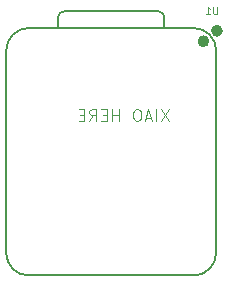
<source format=gbo>
%TF.GenerationSoftware,KiCad,Pcbnew,9.0.6*%
%TF.CreationDate,2025-12-10T10:35:02-08:00*%
%TF.ProjectId,hackpad,6861636b-7061-4642-9e6b-696361645f70,rev?*%
%TF.SameCoordinates,Original*%
%TF.FileFunction,Legend,Bot*%
%TF.FilePolarity,Positive*%
%FSLAX46Y46*%
G04 Gerber Fmt 4.6, Leading zero omitted, Abs format (unit mm)*
G04 Created by KiCad (PCBNEW 9.0.6) date 2025-12-10 10:35:02*
%MOMM*%
%LPD*%
G01*
G04 APERTURE LIST*
%ADD10C,0.100000*%
%ADD11C,0.101600*%
%ADD12C,0.127000*%
%ADD13C,0.504000*%
G04 APERTURE END LIST*
D10*
X101391353Y-115712419D02*
X100724687Y-116712419D01*
X100724687Y-115712419D02*
X101391353Y-116712419D01*
X100343734Y-116712419D02*
X100343734Y-115712419D01*
X99915163Y-116426704D02*
X99438973Y-116426704D01*
X100010401Y-116712419D02*
X99677068Y-115712419D01*
X99677068Y-115712419D02*
X99343735Y-116712419D01*
X98819925Y-115712419D02*
X98629449Y-115712419D01*
X98629449Y-115712419D02*
X98534211Y-115760038D01*
X98534211Y-115760038D02*
X98438973Y-115855276D01*
X98438973Y-115855276D02*
X98391354Y-116045752D01*
X98391354Y-116045752D02*
X98391354Y-116379085D01*
X98391354Y-116379085D02*
X98438973Y-116569561D01*
X98438973Y-116569561D02*
X98534211Y-116664800D01*
X98534211Y-116664800D02*
X98629449Y-116712419D01*
X98629449Y-116712419D02*
X98819925Y-116712419D01*
X98819925Y-116712419D02*
X98915163Y-116664800D01*
X98915163Y-116664800D02*
X99010401Y-116569561D01*
X99010401Y-116569561D02*
X99058020Y-116379085D01*
X99058020Y-116379085D02*
X99058020Y-116045752D01*
X99058020Y-116045752D02*
X99010401Y-115855276D01*
X99010401Y-115855276D02*
X98915163Y-115760038D01*
X98915163Y-115760038D02*
X98819925Y-115712419D01*
X97200877Y-116712419D02*
X97200877Y-115712419D01*
X97200877Y-116188609D02*
X96629449Y-116188609D01*
X96629449Y-116712419D02*
X96629449Y-115712419D01*
X96153258Y-116188609D02*
X95819925Y-116188609D01*
X95677068Y-116712419D02*
X96153258Y-116712419D01*
X96153258Y-116712419D02*
X96153258Y-115712419D01*
X96153258Y-115712419D02*
X95677068Y-115712419D01*
X94677068Y-116712419D02*
X95010401Y-116236228D01*
X95248496Y-116712419D02*
X95248496Y-115712419D01*
X95248496Y-115712419D02*
X94867544Y-115712419D01*
X94867544Y-115712419D02*
X94772306Y-115760038D01*
X94772306Y-115760038D02*
X94724687Y-115807657D01*
X94724687Y-115807657D02*
X94677068Y-115902895D01*
X94677068Y-115902895D02*
X94677068Y-116045752D01*
X94677068Y-116045752D02*
X94724687Y-116140990D01*
X94724687Y-116140990D02*
X94772306Y-116188609D01*
X94772306Y-116188609D02*
X94867544Y-116236228D01*
X94867544Y-116236228D02*
X95248496Y-116236228D01*
X94248496Y-116188609D02*
X93915163Y-116188609D01*
X93772306Y-116712419D02*
X94248496Y-116712419D01*
X94248496Y-116712419D02*
X94248496Y-115712419D01*
X94248496Y-115712419D02*
X93772306Y-115712419D01*
D11*
X105503809Y-107033479D02*
X105503809Y-107547526D01*
X105503809Y-107547526D02*
X105473571Y-107608002D01*
X105473571Y-107608002D02*
X105443333Y-107638241D01*
X105443333Y-107638241D02*
X105382857Y-107668479D01*
X105382857Y-107668479D02*
X105261904Y-107668479D01*
X105261904Y-107668479D02*
X105201428Y-107638241D01*
X105201428Y-107638241D02*
X105171190Y-107608002D01*
X105171190Y-107608002D02*
X105140952Y-107547526D01*
X105140952Y-107547526D02*
X105140952Y-107033479D01*
X104505952Y-107668479D02*
X104868809Y-107668479D01*
X104687381Y-107668479D02*
X104687381Y-107033479D01*
X104687381Y-107033479D02*
X104747857Y-107124193D01*
X104747857Y-107124193D02*
X104808333Y-107184669D01*
X104808333Y-107184669D02*
X104868809Y-107214907D01*
D12*
%TO.C,U1*%
X87630000Y-127889000D02*
X87630000Y-110744000D01*
D10*
X89535000Y-108839000D02*
X103505000Y-108839000D01*
D12*
X89535000Y-108839000D02*
X103505000Y-108839000D01*
X92016000Y-107929000D02*
X92016000Y-108839000D01*
X100511272Y-107429000D02*
X92516000Y-107429000D01*
X101015000Y-108839000D02*
X101011272Y-107928728D01*
X103505000Y-129794000D02*
X89535000Y-129794000D01*
X105410000Y-127889000D02*
X105410000Y-110744000D01*
X87630000Y-110744000D02*
G75*
G02*
X89535000Y-108839000I1905000J0D01*
G01*
X89535000Y-129794000D02*
G75*
G02*
X87630000Y-127889000I0J1905000D01*
G01*
X92016000Y-107929000D02*
G75*
G02*
X92516000Y-107429000I500000J0D01*
G01*
X100511272Y-107429000D02*
G75*
G02*
X101011273Y-107928728I-18J-500019D01*
G01*
X103505000Y-108839000D02*
G75*
G02*
X105410000Y-110744000I-1J-1905001D01*
G01*
X105410000Y-127889000D02*
G75*
G02*
X103505000Y-129794000I-1905001J1D01*
G01*
D13*
X104579000Y-109960000D02*
G75*
G02*
X104075000Y-109960000I-252000J0D01*
G01*
X104075000Y-109960000D02*
G75*
G02*
X104579000Y-109960000I252000J0D01*
G01*
X105722000Y-109080000D02*
G75*
G02*
X105218000Y-109080000I-252000J0D01*
G01*
X105218000Y-109080000D02*
G75*
G02*
X105722000Y-109080000I252000J0D01*
G01*
%TD*%
M02*

</source>
